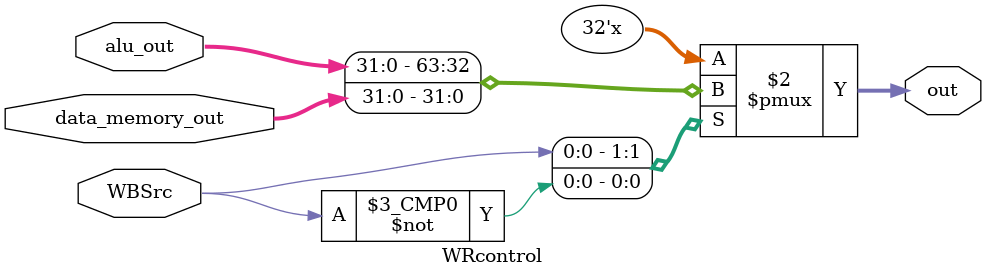
<source format=v>
module WRcontrol (
	input [31:0] data_memory_out,
	input [31:0] alu_out,
	//input [31:0] plus_4_out,
	input  WBSrc,

	output reg [31:0] out
);

always @(*) begin
	case(WBSrc)
		//2'b00: out = plus_4_out;
		1'b1: out = alu_out;
		1'b0: out = data_memory_out;
		default: out = 0;
	endcase // WBSrc
end

endmodule
</source>
